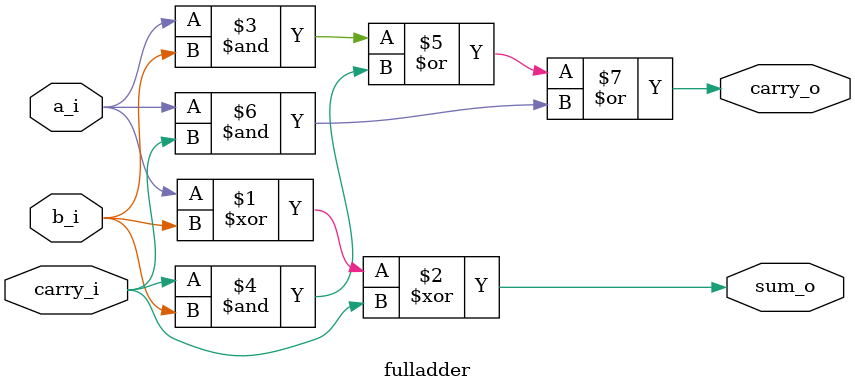
<source format=v>
module fulladder    
(
    input   a_i         ,
    input   b_i         ,
    input   carry_i     ,
    output  sum_o       ,
    output  carry_o
);

assign sum_o     =  a_i ^ b_i ^ carry_i                              ;
assign carry_o   = (a_i & b_i) | (carry_i & b_i) | (a_i & carry_i)  ;

endmodule
</source>
